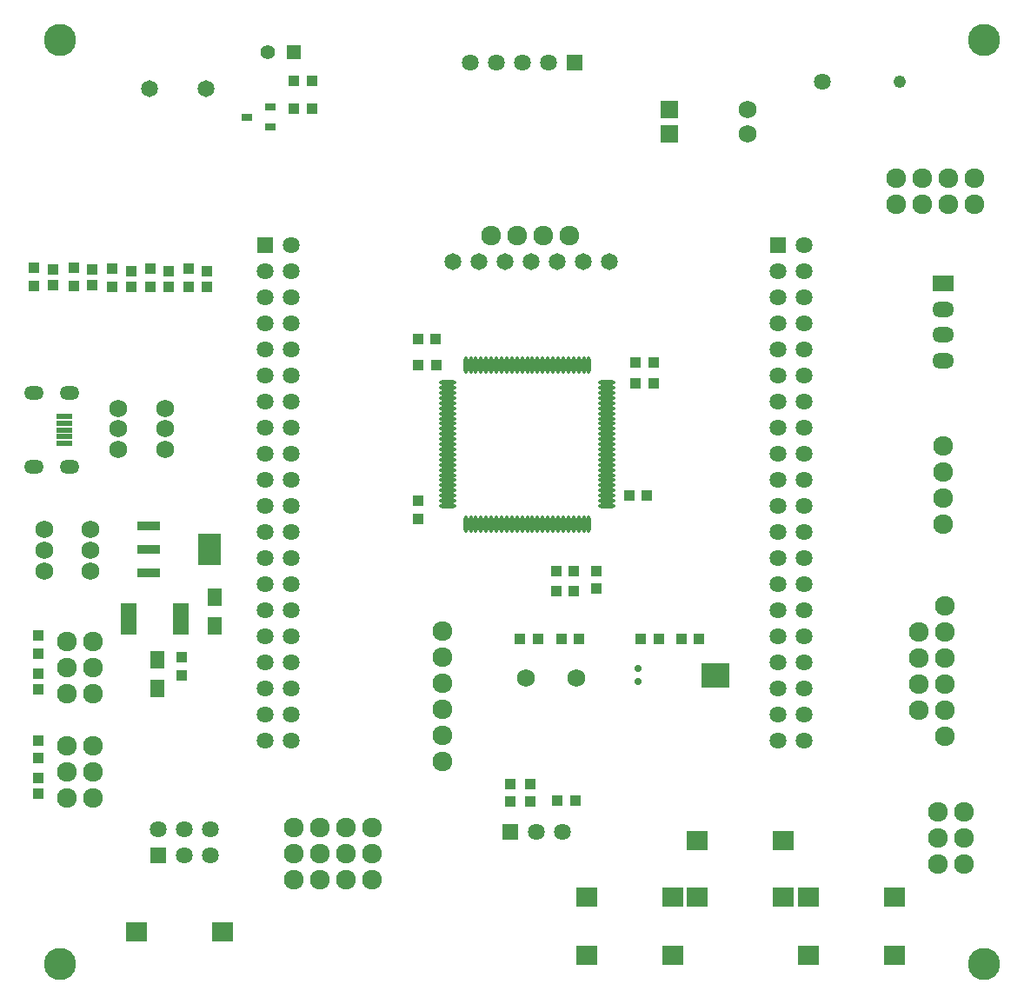
<source format=gts>
G04*
G04 #@! TF.GenerationSoftware,Altium Limited,Altium Designer,19.0.4 (130)*
G04*
G04 Layer_Color=8388736*
%FSLAX24Y24*%
%MOIN*%
G70*
G01*
G75*
%ADD30R,0.0400X0.0430*%
%ADD31R,0.0436X0.0416*%
%ADD32R,0.0550X0.0650*%
%ADD33R,0.0601X0.0207*%
%ADD34R,0.0798X0.0719*%
%ADD35R,0.1074X0.0956*%
%ADD36R,0.0430X0.0400*%
%ADD37R,0.0444X0.0286*%
%ADD38R,0.0916X0.0349*%
%ADD39R,0.0916X0.1231*%
%ADD40O,0.0168X0.0660*%
%ADD41O,0.0660X0.0168*%
%ADD42R,0.0641X0.1231*%
%ADD43C,0.0483*%
%ADD44C,0.0641*%
%ADD45C,0.0759*%
%ADD46R,0.0641X0.0641*%
%ADD47C,0.0680*%
%ADD48O,0.0759X0.0522*%
%ADD49R,0.0641X0.0641*%
%ADD50C,0.0286*%
%ADD51C,0.0650*%
%ADD52C,0.0680*%
%ADD53R,0.0837X0.0601*%
%ADD54O,0.0837X0.0601*%
%ADD55C,0.0550*%
%ADD56R,0.0550X0.0550*%
%ADD57R,0.0680X0.0680*%
%ADD58C,0.1231*%
D30*
X994Y28670D02*
D03*
Y27980D02*
D03*
X6918Y28623D02*
D03*
Y27933D02*
D03*
X5453Y28623D02*
D03*
Y27933D02*
D03*
X3988Y28637D02*
D03*
Y27947D02*
D03*
X2500Y28670D02*
D03*
Y27980D02*
D03*
X6650Y13046D02*
D03*
Y13736D02*
D03*
X19250Y8194D02*
D03*
Y8884D02*
D03*
X20000D02*
D03*
Y8194D02*
D03*
X1150Y10550D02*
D03*
Y9860D02*
D03*
Y14560D02*
D03*
Y13870D02*
D03*
X15698Y19740D02*
D03*
Y19050D02*
D03*
X22550Y16367D02*
D03*
Y17036D02*
D03*
D31*
X1700Y27997D02*
D03*
Y28603D02*
D03*
X7600Y27947D02*
D03*
Y28553D02*
D03*
X6150Y27947D02*
D03*
Y28553D02*
D03*
X4700Y27947D02*
D03*
Y28553D02*
D03*
X3200Y27997D02*
D03*
Y28603D02*
D03*
X1150Y9100D02*
D03*
Y8494D02*
D03*
Y13100D02*
D03*
Y12494D02*
D03*
D32*
X5700Y13650D02*
D03*
Y12550D02*
D03*
X7900Y16050D02*
D03*
Y14950D02*
D03*
D33*
X2158Y21938D02*
D03*
Y22194D02*
D03*
Y22450D02*
D03*
Y22706D02*
D03*
Y22962D02*
D03*
D34*
X8231Y3200D02*
D03*
X4924D02*
D03*
X22174Y2300D02*
D03*
X25481D02*
D03*
X33976Y2300D02*
D03*
X30669D02*
D03*
X29726Y4550D02*
D03*
X26419D02*
D03*
X33976D02*
D03*
X30669D02*
D03*
X22174Y4550D02*
D03*
X25481D02*
D03*
X26424Y6700D02*
D03*
X29731D02*
D03*
D35*
X27100Y13050D02*
D03*
D36*
X24740Y24250D02*
D03*
X24050D02*
D03*
X24740Y25050D02*
D03*
X24050D02*
D03*
X21740Y8250D02*
D03*
X21050D02*
D03*
X26490Y14450D02*
D03*
X25800D02*
D03*
X24260D02*
D03*
X24950D02*
D03*
X21690Y16278D02*
D03*
X21000D02*
D03*
X21690Y17050D02*
D03*
X21000D02*
D03*
X21890Y14450D02*
D03*
X21200D02*
D03*
X19610D02*
D03*
X20300D02*
D03*
X11650Y34774D02*
D03*
X10960D02*
D03*
X11650Y35850D02*
D03*
X10960D02*
D03*
X16390Y25950D02*
D03*
X15700D02*
D03*
X24490Y19931D02*
D03*
X23800D02*
D03*
X15710Y24950D02*
D03*
X16400D02*
D03*
D37*
X10053Y34076D02*
D03*
Y34824D02*
D03*
X9147Y34450D02*
D03*
D38*
X5389Y17869D02*
D03*
Y18775D02*
D03*
Y16964D02*
D03*
D39*
X7711Y17869D02*
D03*
D40*
X17538Y18849D02*
D03*
X17735D02*
D03*
X17931D02*
D03*
X18128D02*
D03*
X18325D02*
D03*
X18522D02*
D03*
X18719D02*
D03*
X18916D02*
D03*
X19113D02*
D03*
X19309D02*
D03*
X19506D02*
D03*
X19703D02*
D03*
X19900D02*
D03*
X20097D02*
D03*
X20294D02*
D03*
X20491D02*
D03*
X20687D02*
D03*
X20884D02*
D03*
X21081D02*
D03*
X21278D02*
D03*
X21475D02*
D03*
X21672D02*
D03*
X21869D02*
D03*
X22065D02*
D03*
X22262D02*
D03*
Y24951D02*
D03*
X22065D02*
D03*
X21869D02*
D03*
X21672D02*
D03*
X21475D02*
D03*
X21278D02*
D03*
X21081D02*
D03*
X20884D02*
D03*
X20687D02*
D03*
X20491D02*
D03*
X20294D02*
D03*
X20097D02*
D03*
X19900D02*
D03*
X19703D02*
D03*
X19506D02*
D03*
X19309D02*
D03*
X19113D02*
D03*
X18916D02*
D03*
X18719D02*
D03*
X18522D02*
D03*
X18325D02*
D03*
X18128D02*
D03*
X17931D02*
D03*
X17735D02*
D03*
X17538D02*
D03*
D41*
X22951Y19538D02*
D03*
Y19735D02*
D03*
Y19931D02*
D03*
Y20128D02*
D03*
Y20325D02*
D03*
Y20522D02*
D03*
Y20719D02*
D03*
Y20916D02*
D03*
Y21113D02*
D03*
Y21309D02*
D03*
Y21506D02*
D03*
Y21703D02*
D03*
Y21900D02*
D03*
Y22097D02*
D03*
Y22294D02*
D03*
Y22491D02*
D03*
Y22687D02*
D03*
Y22884D02*
D03*
Y23081D02*
D03*
Y23278D02*
D03*
Y23475D02*
D03*
Y23672D02*
D03*
Y23869D02*
D03*
Y24065D02*
D03*
Y24262D02*
D03*
X16849D02*
D03*
Y24065D02*
D03*
Y23869D02*
D03*
Y23672D02*
D03*
Y23475D02*
D03*
Y23278D02*
D03*
Y23081D02*
D03*
Y22884D02*
D03*
Y22687D02*
D03*
Y22491D02*
D03*
Y22294D02*
D03*
Y22097D02*
D03*
Y21900D02*
D03*
Y21703D02*
D03*
Y21506D02*
D03*
Y21309D02*
D03*
Y21113D02*
D03*
Y20916D02*
D03*
Y20719D02*
D03*
Y20522D02*
D03*
Y20325D02*
D03*
Y20128D02*
D03*
Y19931D02*
D03*
Y19735D02*
D03*
Y19538D02*
D03*
D42*
X4600Y15200D02*
D03*
X6600D02*
D03*
D43*
X34176Y35800D02*
D03*
D44*
X31223Y35810D02*
D03*
X10843Y29528D02*
D03*
X9843Y28528D02*
D03*
X10843D02*
D03*
X9843Y27528D02*
D03*
X10843D02*
D03*
X9843Y26528D02*
D03*
X10843D02*
D03*
X9843Y25528D02*
D03*
X10843D02*
D03*
X9843Y24528D02*
D03*
X10843D02*
D03*
X9843Y23528D02*
D03*
X10843D02*
D03*
X9843Y22528D02*
D03*
X10843D02*
D03*
X9843Y21528D02*
D03*
X10843D02*
D03*
X9843Y20528D02*
D03*
X10843D02*
D03*
X9843Y19528D02*
D03*
X10843D02*
D03*
X9843Y18528D02*
D03*
X10843D02*
D03*
X9843Y17528D02*
D03*
X10843D02*
D03*
X9843Y16528D02*
D03*
X10843D02*
D03*
X9843Y15528D02*
D03*
X10843D02*
D03*
X9843Y14528D02*
D03*
X10843D02*
D03*
X9843Y13528D02*
D03*
X10843D02*
D03*
X9843Y12528D02*
D03*
X10843D02*
D03*
X9843Y11528D02*
D03*
X10843D02*
D03*
X9843Y10528D02*
D03*
X10843D02*
D03*
X17700Y36530D02*
D03*
X20700D02*
D03*
X19700D02*
D03*
X18700D02*
D03*
X7750Y7122D02*
D03*
Y6122D02*
D03*
X6750Y7122D02*
D03*
Y6122D02*
D03*
X5750Y7122D02*
D03*
X30528Y10528D02*
D03*
X29528D02*
D03*
X30528Y11528D02*
D03*
X29528D02*
D03*
X30528Y12528D02*
D03*
X29528D02*
D03*
X30528Y13528D02*
D03*
X29528D02*
D03*
X30528Y14528D02*
D03*
X29528D02*
D03*
X30528Y15528D02*
D03*
X29528D02*
D03*
X30528Y16528D02*
D03*
X29528D02*
D03*
X30528Y17528D02*
D03*
X29528D02*
D03*
X30528Y18528D02*
D03*
X29528D02*
D03*
X30528Y19528D02*
D03*
X29528D02*
D03*
X30528Y20528D02*
D03*
X29528D02*
D03*
X30528Y21528D02*
D03*
X29528D02*
D03*
X30528Y22528D02*
D03*
X29528D02*
D03*
X30528Y23528D02*
D03*
X29528D02*
D03*
X30528Y24528D02*
D03*
X29528D02*
D03*
X30528Y25528D02*
D03*
X29528D02*
D03*
X30528Y26528D02*
D03*
X29528D02*
D03*
X30528Y27528D02*
D03*
X29528D02*
D03*
X30528Y28528D02*
D03*
X29528D02*
D03*
X30528Y29528D02*
D03*
X20250Y7050D02*
D03*
X21250D02*
D03*
D45*
X21506Y29900D02*
D03*
X20506D02*
D03*
X19506D02*
D03*
X18506D02*
D03*
X13950Y5200D02*
D03*
X12950D02*
D03*
X11950D02*
D03*
X10950D02*
D03*
X34900Y14697D02*
D03*
Y13697D02*
D03*
Y12697D02*
D03*
Y11697D02*
D03*
X36050Y31100D02*
D03*
Y32100D02*
D03*
X37050D02*
D03*
Y31100D02*
D03*
X34050D02*
D03*
Y32100D02*
D03*
X35050Y31100D02*
D03*
Y32100D02*
D03*
X36650Y6800D02*
D03*
X35650Y7800D02*
D03*
X36650D02*
D03*
X35650Y6800D02*
D03*
Y5800D02*
D03*
X36650D02*
D03*
X16650Y11742D02*
D03*
Y10742D02*
D03*
Y12742D02*
D03*
Y13742D02*
D03*
Y14742D02*
D03*
Y9742D02*
D03*
X10950Y6200D02*
D03*
Y7200D02*
D03*
X12950Y6200D02*
D03*
Y7200D02*
D03*
X13950Y6200D02*
D03*
Y7200D02*
D03*
X11950Y6200D02*
D03*
Y7200D02*
D03*
X35900Y15697D02*
D03*
Y10697D02*
D03*
Y11697D02*
D03*
Y12697D02*
D03*
Y14697D02*
D03*
Y13697D02*
D03*
X35850Y21850D02*
D03*
Y20850D02*
D03*
Y19850D02*
D03*
Y18850D02*
D03*
X2250Y10350D02*
D03*
X3250D02*
D03*
Y9350D02*
D03*
X2250Y8350D02*
D03*
X3250D02*
D03*
X2250Y9350D02*
D03*
Y14350D02*
D03*
X3250D02*
D03*
Y13350D02*
D03*
X2250Y12350D02*
D03*
X3250D02*
D03*
X2250Y13350D02*
D03*
D46*
X9843Y29528D02*
D03*
X29528D02*
D03*
D47*
X4228Y23278D02*
D03*
Y22491D02*
D03*
Y21703D02*
D03*
X6000D02*
D03*
Y22491D02*
D03*
Y23278D02*
D03*
X1378Y18627D02*
D03*
Y17840D02*
D03*
Y17053D02*
D03*
X3150D02*
D03*
Y17840D02*
D03*
Y18627D02*
D03*
D48*
X996Y21042D02*
D03*
X996Y23857D02*
D03*
X2355Y23858D02*
D03*
X2355Y21043D02*
D03*
D49*
X21700Y36530D02*
D03*
X5750Y6122D02*
D03*
X19250Y7050D02*
D03*
D50*
X24150Y12800D02*
D03*
Y13300D02*
D03*
D51*
X17050Y28900D02*
D03*
X18050D02*
D03*
X19050D02*
D03*
X20050D02*
D03*
X21050D02*
D03*
X22050D02*
D03*
X23050D02*
D03*
X5417Y35550D02*
D03*
X7583D02*
D03*
D52*
X21765Y12943D02*
D03*
X19835D02*
D03*
X28350Y34750D02*
D03*
Y33800D02*
D03*
D53*
X35850Y28068D02*
D03*
D54*
Y27084D02*
D03*
Y26100D02*
D03*
Y25116D02*
D03*
D55*
X9950Y36950D02*
D03*
D56*
X10950D02*
D03*
D57*
X25350Y34750D02*
D03*
Y33800D02*
D03*
D58*
X1969Y37402D02*
D03*
X37402D02*
D03*
Y1969D02*
D03*
X1969Y1969D02*
D03*
M02*

</source>
